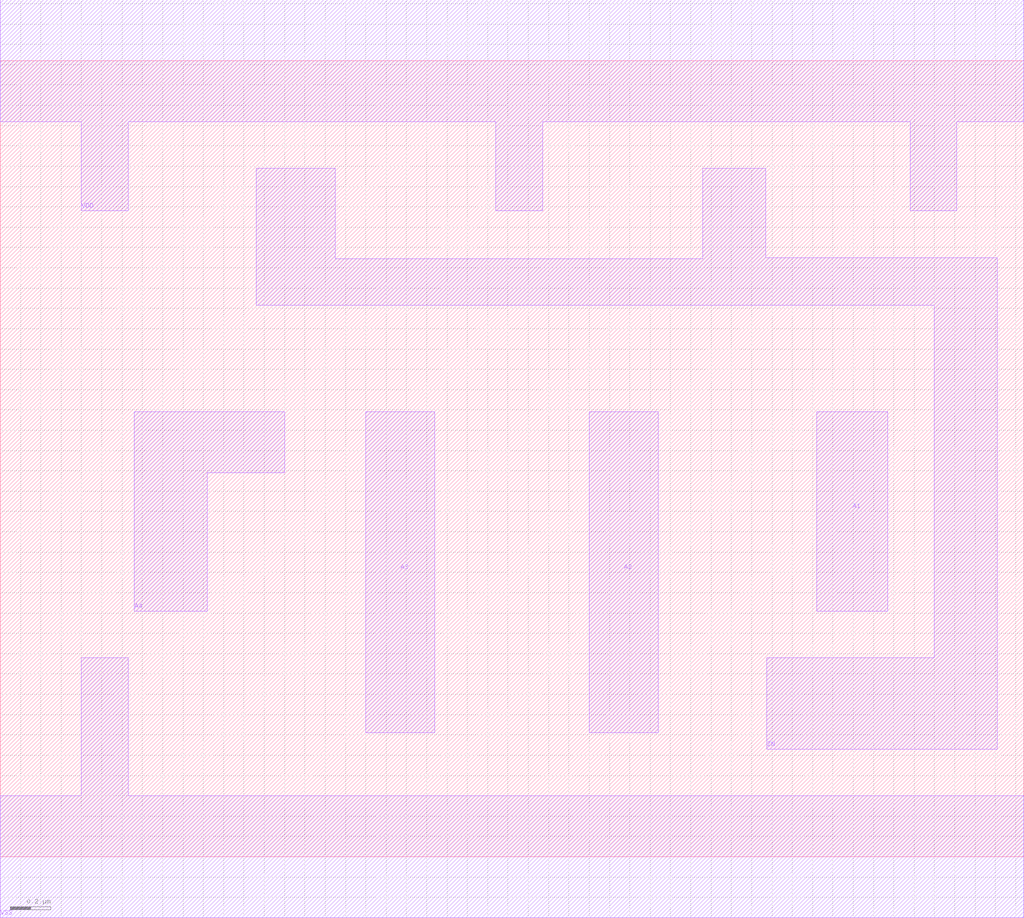
<source format=lef>
# Copyright 2022 GlobalFoundries PDK Authors
#
# Licensed under the Apache License, Version 2.0 (the "License");
# you may not use this file except in compliance with the License.
# You may obtain a copy of the License at
#
#      http://www.apache.org/licenses/LICENSE-2.0
#
# Unless required by applicable law or agreed to in writing, software
# distributed under the License is distributed on an "AS IS" BASIS,
# WITHOUT WARRANTIES OR CONDITIONS OF ANY KIND, either express or implied.
# See the License for the specific language governing permissions and
# limitations under the License.

MACRO gf180mcu_fd_sc_mcu7t5v0__nand4_1
  CLASS core ;
  FOREIGN gf180mcu_fd_sc_mcu7t5v0__nand4_1 0.0 0.0 ;
  ORIGIN 0 0 ;
  SYMMETRY X Y ;
  SITE GF018hv5v_mcu_sc7 ;
  SIZE 5.04 BY 3.92 ;
  PIN A1
    DIRECTION INPUT ;
    ANTENNAGATEAREA 0.9145 ;
    PORT
      LAYER Metal1 ;
        POLYGON 4.02 1.21 4.37 1.21 4.37 2.19 4.02 2.19  ;
    END
  END A1
  PIN A2
    DIRECTION INPUT ;
    ANTENNAGATEAREA 0.9145 ;
    PORT
      LAYER Metal1 ;
        POLYGON 2.9 0.61 3.24 0.61 3.24 2.19 2.9 2.19  ;
    END
  END A2
  PIN A3
    DIRECTION INPUT ;
    ANTENNAGATEAREA 0.9145 ;
    PORT
      LAYER Metal1 ;
        POLYGON 1.8 0.61 2.14 0.61 2.14 2.19 1.8 2.19  ;
    END
  END A3
  PIN A4
    DIRECTION INPUT ;
    ANTENNAGATEAREA 0.9145 ;
    PORT
      LAYER Metal1 ;
        POLYGON 0.66 1.21 1.02 1.21 1.02 1.89 1.4 1.89 1.4 2.19 0.66 2.19  ;
    END
  END A4
  PIN ZN
    DIRECTION OUTPUT ;
    ANTENNADIFFAREA 1.2396 ;
    PORT
      LAYER Metal1 ;
        POLYGON 1.26 2.715 4.6 2.715 4.6 0.98 3.775 0.98 3.775 0.53 4.91 0.53 4.91 2.95 3.77 2.95 3.77 3.39 3.46 3.39 3.46 2.945 1.65 2.945 1.65 3.39 1.26 3.39  ;
    END
  END ZN
  PIN VDD
    DIRECTION INOUT ;
    USE power ;
    SHAPE ABUTMENT ;
    PORT
      LAYER Metal1 ;
        POLYGON 0 3.62 0.4 3.62 0.4 3.18 0.63 3.18 0.63 3.62 2.44 3.62 2.44 3.18 2.67 3.18 2.67 3.62 4.48 3.62 4.48 3.18 4.71 3.18 4.71 3.62 5.04 3.62 5.04 4.22 0 4.22  ;
    END
  END VDD
  PIN VSS
    DIRECTION INOUT ;
    USE ground ;
    SHAPE ABUTMENT ;
    PORT
      LAYER Metal1 ;
        POLYGON 0 -0.3 5.04 -0.3 5.04 0.3 0.63 0.3 0.63 0.98 0.4 0.98 0.4 0.3 0 0.3  ;
    END
  END VSS
END gf180mcu_fd_sc_mcu7t5v0__nand4_1

</source>
